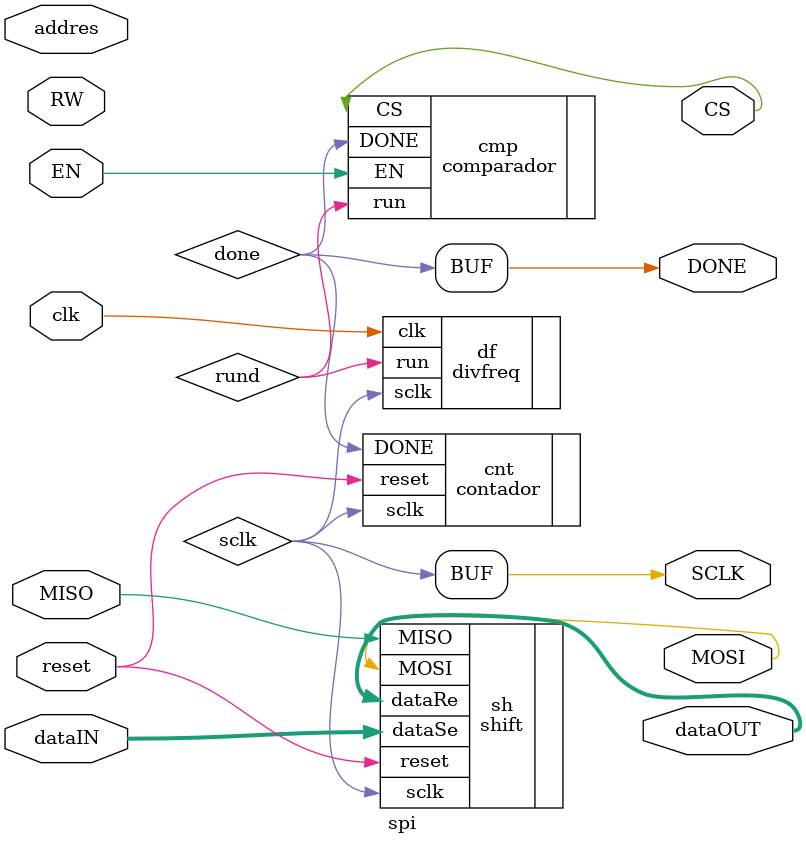
<source format=v>
module spi
	( 
	input [15:0] dataIN,
	input EN,
	input reset,
	input clk,
	input MISO,
	input RW,
	input [15:0] addres,
	output [15:0] dataOUT,
	output DONE,
	output MOSI,
	output CS,
	output SCLK
	);

wire rund;
wire sclk;
wire done;
assign SCLK =sclk;
assign DONE =done;
comparador cmp(.EN(EN),.DONE(done),.CS(CS), .run(rund));
divfreq  df(.run(rund), .clk(clk), .sclk(sclk));
shift sh(.sclk(sclk), .reset(reset), .dataSe(dataIN), .dataRe(dataOUT), .MISO(MISO), .MOSI(MOSI));
contador cnt (.sclk(sclk),.reset(reset), .DONE(done));



endmodule

</source>
